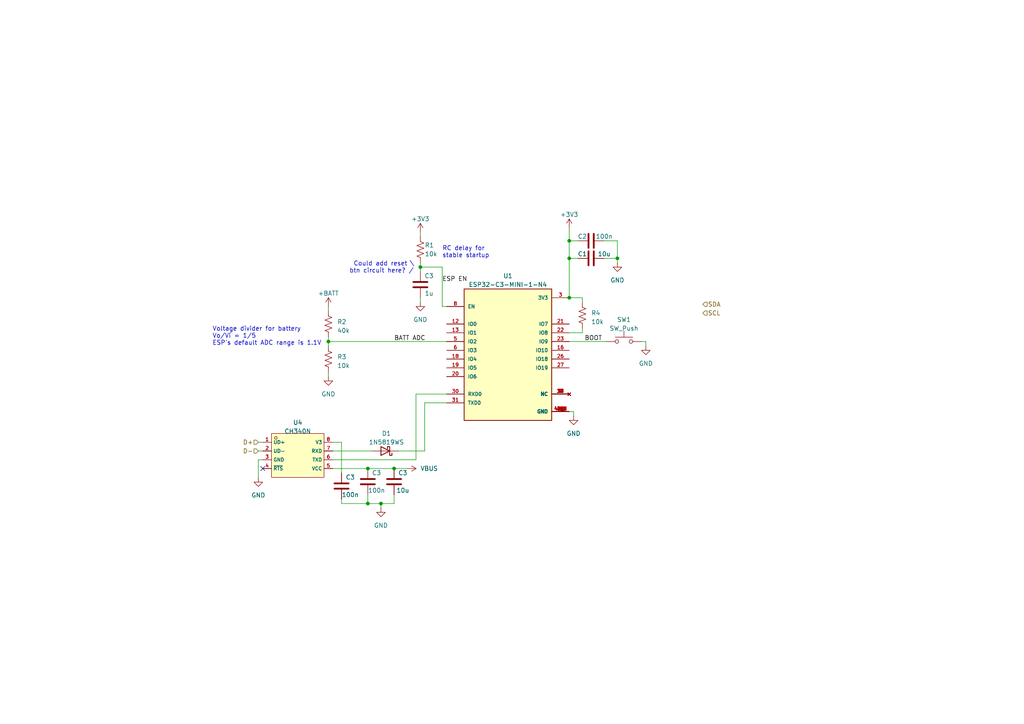
<source format=kicad_sch>
(kicad_sch (version 20230121) (generator eeschema)
  (paper "A4")
  (lib_symbols
    (symbol "Device:C" (pin_numbers hide) (pin_names (offset 0.254))
      (property "Reference" "C" (at 0.635 2.54 0))
      (property "Value" "C" (at 0.635 -2.54 0))
      (symbol "C_0_1"
        (polyline (pts (xy -2.032 -0.762) (xy 2.032 -0.762)) (stroke (width 0.508)))
        (polyline (pts (xy -2.032 0.762) (xy 2.032 0.762)) (stroke (width 0.508)))
      )
      (symbol "C_1_1"
        (pin passive line (at 0 3.81 270) (length 2.794) (name "~") (number "1"))
        (pin passive line (at 0 -3.81 90) (length 2.794) (name "~") (number "2"))
      )
    )
    (symbol "Device:R_US" (pin_numbers hide) (pin_names (offset 0))
      (property "Reference" "R" (at 2.54 0 90))
      (property "Value" "R_US" (at -2.54 0 90))
      (symbol "R_US_0_1"
        (polyline (pts (xy 0 -2.286) (xy 0 -2.54)))
        (polyline (pts (xy 0 2.286) (xy 0 2.54)))
        (polyline (pts (xy 0 -0.762) (xy 1.016 -1.143) (xy 0 -1.524) (xy -1.016 -1.905) (xy 0 -2.286)))
        (polyline (pts (xy 0 0.762) (xy 1.016 0.381) (xy 0 0) (xy -1.016 -0.381) (xy 0 -0.762)))
        (polyline (pts (xy 0 2.286) (xy 1.016 1.905) (xy 0 1.524) (xy -1.016 1.143) (xy 0 0.762)))
      )
      (symbol "R_US_1_1"
        (pin passive line (at 0 3.81 270) (length 1.27) (name "~") (number "1"))
        (pin passive line (at 0 -3.81 90) (length 1.27) (name "~") (number "2"))
      )
    )
    (symbol "Diode:1N5819WS" (pin_numbers hide) (pin_names (offset 1.016) hide)
      (property "Reference" "D" (at 0 2.54 0))
      (property "Value" "1N5819WS" (at 0 -2.54 0))
      (symbol "1N5819WS_0_1"
        (polyline (pts (xy 1.27 0) (xy -1.27 0)))
        (polyline (pts (xy 1.27 1.27) (xy 1.27 -1.27) (xy -1.27 0) (xy 1.27 1.27)) (stroke (width 0.254)))
        (polyline (pts (xy -1.905 0.635) (xy -1.905 1.27) (xy -1.27 1.27) (xy -1.27 -1.27) (xy -0.635 -1.27) (xy -0.635 -0.635)) (stroke (width 0.254)))
      )
      (symbol "1N5819WS_1_1"
        (pin passive line (at -3.81 0 0) (length 2.54) (name "K") (number "1"))
        (pin passive line (at 3.81 0 180) (length 2.54) (name "A") (number "2"))
      )
    )
    (symbol "Project Library:CH340N"
      (property "Reference" "U" (at 0 10.16 0))
      (property "Value" "CH340N" (at 0 -7.62 0))
      (symbol "CH340N_0_1"
        (rectangle (start -7.62 7.62) (end 7.62 -5.08) (fill (type background)))
        (circle (center -6.35 6.35) (radius 0.38))
        (pin unspecified line (at -10.16 5.08 0) (length 2.54) (name "UD+") (number "1"))
        (pin unspecified line (at -10.16 2.54 0) (length 2.54) (name "UD-") (number "2"))
        (pin unspecified line (at -10.16 0 0) (length 2.54) (name "GND") (number "3"))
        (pin unspecified line (at -10.16 -2.54 0) (length 2.54) (name "~{RTS}") (number "4"))
        (pin unspecified line (at 10.16 -2.54 180) (length 2.54) (name "VCC") (number "5"))
        (pin unspecified line (at 10.16 0 180) (length 2.54) (name "TXD") (number "6"))
        (pin unspecified line (at 10.16 2.54 180) (length 2.54) (name "RXD") (number "7"))
        (pin unspecified line (at 10.16 5.08 180) (length 2.54) (name "V3") (number "8"))
      )
    )
    (symbol "Project Library:ESP32-C3-MINI-1-N4" (pin_names (offset 1.016))
      (property "Reference" "U" (at -12.7 18.796 0))
      (property "Value" "ESP32-C3-MINI-1-N4" (at -12.7 -22.86 0))
      (symbol "ESP32-C3-MINI-1-N4_0_0"
        (rectangle (start -12.7 -20.32) (end 12.7 17.78) (stroke (width 0.254)) (fill (type background)))
        (pin power_in line (at 17.78 -17.78 180) (length 5.08) (name "GND") (number "1"))
        (pin no_connect line (at 17.78 -12.7 180) (length 5.08) (name "NC") (number "10"))
        (pin power_in line (at 17.78 -17.78 180) (length 5.08) (name "GND") (number "11"))
        (pin bidirectional line (at -17.78 7.62 0) (length 5.08) (name "IO0") (number "12"))
        (pin bidirectional line (at -17.78 5.08 0) (length 5.08) (name "IO1") (number "13"))
        (pin power_in line (at 17.78 -17.78 180) (length 5.08) (name "GND") (number "14"))
        (pin no_connect line (at 17.78 -12.7 180) (length 5.08) (name "NC") (number "15"))
        (pin bidirectional line (at 17.78 0 180) (length 5.08) (name "IO10") (number "16"))
        (pin no_connect line (at 17.78 -12.7 180) (length 5.08) (name "NC") (number "17"))
        (pin bidirectional line (at -17.78 -2.54 0) (length 5.08) (name "IO4") (number "18"))
        (pin bidirectional line (at -17.78 -5.08 0) (length 5.08) (name "IO5") (number "19"))
        (pin power_in line (at 17.78 -17.78 180) (length 5.08) (name "GND") (number "2"))
        (pin bidirectional line (at -17.78 -7.62 0) (length 5.08) (name "IO6") (number "20"))
        (pin bidirectional line (at 17.78 7.62 180) (length 5.08) (name "IO7") (number "21"))
        (pin bidirectional line (at 17.78 5.08 180) (length 5.08) (name "IO8") (number "22"))
        (pin bidirectional line (at 17.78 2.54 180) (length 5.08) (name "IO9") (number "23"))
        (pin no_connect line (at 17.78 -12.7 180) (length 5.08) (name "NC") (number "24"))
        (pin no_connect line (at 17.78 -12.7 180) (length 5.08) (name "NC") (number "25"))
        (pin bidirectional line (at 17.78 -2.54 180) (length 5.08) (name "IO18") (number "26"))
        (pin bidirectional line (at 17.78 -5.08 180) (length 5.08) (name "IO19") (number "27"))
        (pin no_connect line (at 17.78 -12.7 180) (length 5.08) (name "NC") (number "28"))
        (pin no_connect line (at 17.78 -12.7 180) (length 5.08) (name "NC") (number "29"))
        (pin power_in line (at 17.78 15.24 180) (length 5.08) (name "3V3") (number "3"))
        (pin bidirectional line (at -17.78 -12.7 0) (length 5.08) (name "RXD0") (number "30"))
        (pin bidirectional line (at -17.78 -15.24 0) (length 5.08) (name "TXD0") (number "31"))
        (pin no_connect line (at 17.78 -12.7 180) (length 5.08) (name "NC") (number "32"))
        (pin no_connect line (at 17.78 -12.7 180) (length 5.08) (name "NC") (number "33"))
        (pin no_connect line (at 17.78 -12.7 180) (length 5.08) (name "NC") (number "34"))
        (pin no_connect line (at 17.78 -12.7 180) (length 5.08) (name "NC") (number "35"))
        (pin power_in line (at 17.78 -17.78 180) (length 5.08) (name "GND") (number "36"))
        (pin power_in line (at 17.78 -17.78 180) (length 5.08) (name "GND") (number "37"))
        (pin power_in line (at 17.78 -17.78 180) (length 5.08) (name "GND") (number "38"))
        (pin power_in line (at 17.78 -17.78 180) (length 5.08) (name "GND") (number "39"))
        (pin no_connect line (at 17.78 -12.7 180) (length 5.08) (name "NC") (number "4"))
        (pin power_in line (at 17.78 -17.78 180) (length 5.08) (name "GND") (number "40"))
        (pin power_in line (at 17.78 -17.78 180) (length 5.08) (name "GND") (number "41"))
        (pin power_in line (at 17.78 -17.78 180) (length 5.08) (name "GND") (number "42"))
        (pin power_in line (at 17.78 -17.78 180) (length 5.08) (name "GND") (number "43"))
        (pin power_in line (at 17.78 -17.78 180) (length 5.08) (name "GND") (number "44"))
        (pin power_in line (at 17.78 -17.78 180) (length 5.08) (name "GND") (number "45"))
        (pin power_in line (at 17.78 -17.78 180) (length 5.08) (name "GND") (number "46"))
        (pin power_in line (at 17.78 -17.78 180) (length 5.08) (name "GND") (number "47"))
        (pin power_in line (at 17.78 -17.78 180) (length 5.08) (name "GND") (number "48"))
        (pin power_in line (at 17.78 -17.78 180) (length 5.08) (name "GND") (number "49_1"))
        (pin power_in line (at 17.78 -17.78 180) (length 5.08) (name "GND") (number "49_2"))
        (pin power_in line (at 17.78 -17.78 180) (length 5.08) (name "GND") (number "49_3"))
        (pin power_in line (at 17.78 -17.78 180) (length 5.08) (name "GND") (number "49_4"))
        (pin power_in line (at 17.78 -17.78 180) (length 5.08) (name "GND") (number "49_5"))
        (pin power_in line (at 17.78 -17.78 180) (length 5.08) (name "GND") (number "49_6"))
        (pin power_in line (at 17.78 -17.78 180) (length 5.08) (name "GND") (number "49_7"))
        (pin power_in line (at 17.78 -17.78 180) (length 5.08) (name "GND") (number "49_8"))
        (pin power_in line (at 17.78 -17.78 180) (length 5.08) (name "GND") (number "49_9"))
        (pin bidirectional line (at -17.78 2.54 0) (length 5.08) (name "IO2") (number "5"))
        (pin power_in line (at 17.78 -17.78 180) (length 5.08) (name "GND") (number "50"))
        (pin power_in line (at 17.78 -17.78 180) (length 5.08) (name "GND") (number "51"))
        (pin power_in line (at 17.78 -17.78 180) (length 5.08) (name "GND") (number "52"))
        (pin power_in line (at 17.78 -17.78 180) (length 5.08) (name "GND") (number "53"))
        (pin bidirectional line (at -17.78 0 0) (length 5.08) (name "IO3") (number "6"))
        (pin no_connect line (at 17.78 -12.7 180) (length 5.08) (name "NC") (number "7"))
        (pin input line (at -17.78 12.7 0) (length 5.08) (name "EN") (number "8"))
        (pin no_connect line (at 17.78 -12.7 180) (length 5.08) (name "NC") (number "9"))
      )
    )
    (symbol "Switch:SW_Push" (pin_numbers hide) (pin_names (offset 1.016) hide)
      (property "Reference" "SW" (at 1.27 2.54 0))
      (property "Value" "SW_Push" (at 0 -1.524 0))
      (symbol "SW_Push_0_1"
        (circle (center -2.032 0) (radius 0.508))
        (polyline (pts (xy 0 1.27) (xy 0 3.048)))
        (polyline (pts (xy 2.54 1.27) (xy -2.54 1.27)))
        (circle (center 2.032 0) (radius 0.508))
        (pin passive line (at -5.08 0 0) (length 2.54) (name "1") (number "1"))
        (pin passive line (at 5.08 0 180) (length 2.54) (name "2") (number "2"))
      )
    )
    (symbol "power:+3V3" (power) (pin_names (offset 0))
      (property "Value" "+3V3" (at 0 3.556 0))
      (symbol "+3V3_0_1"
        (polyline (pts (xy -0.762 1.27) (xy 0 2.54)))
        (polyline (pts (xy 0 0) (xy 0 2.54)))
        (polyline (pts (xy 0 2.54) (xy 0.762 1.27)))
      )
      (symbol "+3V3_1_1"
        (pin power_in line (at 0 0 90) (length 0) hide (name "+3V3") (number "1"))
      )
    )
    (symbol "power:+BATT" (power) (pin_names (offset 0))
      (property "Value" "+BATT" (at 0 3.556 0))
      (symbol "+BATT_0_1"
        (polyline (pts (xy -0.762 1.27) (xy 0 2.54)))
        (polyline (pts (xy 0 0) (xy 0 2.54)))
        (polyline (pts (xy 0 2.54) (xy 0.762 1.27)))
      )
      (symbol "+BATT_1_1"
        (pin power_in line (at 0 0 90) (length 0) hide (name "+BATT") (number "1"))
      )
    )
    (symbol "power:GND" (power) (pin_names (offset 0))
      (property "Value" "GND" (at 0 -3.81 0))
      (symbol "GND_0_1"
        (polyline (pts (xy 0 0) (xy 0 -1.27) (xy 1.27 -1.27) (xy 0 -2.54) (xy -1.27 -1.27) (xy 0 -1.27)))
      )
      (symbol "GND_1_1"
        (pin power_in line (at 0 0 270) (length 0) hide (name "GND") (number "1"))
      )
    )
    (symbol "power:VBUS" (power) (pin_names (offset 0))
      (property "Value" "VBUS" (at 0 3.81 0))
      (symbol "VBUS_0_1"
        (polyline (pts (xy -0.762 1.27) (xy 0 2.54)))
        (polyline (pts (xy 0 0) (xy 0 2.54)))
        (polyline (pts (xy 0 2.54) (xy 0.762 1.27)))
      )
      (symbol "VBUS_1_1"
        (pin power_in line (at 0 0 90) (length 0) hide (name "VBUS") (number "1"))
      )
    )
  )
  (junction (at 179.07 74.93))
  (junction (at 165.1 86.36))
  (junction (at 95.25 99.06))
  (junction (at 114.3 135.89))
  (junction (at 106.68 146.05))
  (junction (at 165.1 69.85))
  (junction (at 106.68 135.89))
  (junction (at 110.49 146.05))
  (junction (at 121.92 77.47))
  (junction (at 165.1 74.93))
  (no_connect (at 76.2 135.89))
  (wire (pts (xy 165.1 69.85) (xy 167.64 69.85)))
  (wire (pts (xy 110.49 147.32) (xy 110.49 146.05)))
  (wire (pts (xy 96.52 135.89) (xy 106.68 135.89)))
  (wire (pts (xy 121.92 86.36) (xy 121.92 87.63)))
  (wire (pts (xy 120.65 114.3) (xy 129.54 114.3)))
  (wire (pts (xy 123.19 116.84) (xy 123.19 130.81)))
  (wire (pts (xy 179.07 74.93) (xy 179.07 76.2)))
  (wire (pts (xy 175.26 69.85) (xy 179.07 69.85)))
  (wire (pts (xy 106.68 135.89) (xy 114.3 135.89)))
  (wire (pts (xy 74.93 133.35) (xy 74.93 138.557)))
  (wire (pts (xy 115.57 130.81) (xy 123.19 130.81)))
  (wire (pts (xy 121.92 77.47) (xy 128.27 77.47)))
  (wire (pts (xy 121.92 77.47) (xy 121.92 78.74)))
  (wire (pts (xy 96.52 128.27) (xy 99.06 128.27)))
  (wire (pts (xy 114.3 146.05) (xy 114.3 143.51)))
  (wire (pts (xy 95.25 99.06) (xy 95.25 100.33)))
  (wire (pts (xy 187.325 99.06) (xy 187.325 100.33)))
  (wire (pts (xy 99.06 146.05) (xy 106.68 146.05)))
  (wire (pts (xy 179.07 69.85) (xy 179.07 74.93)))
  (wire (pts (xy 165.1 96.52) (xy 168.91 96.52)))
  (wire (pts (xy 106.68 143.51) (xy 106.68 146.05)))
  (wire (pts (xy 95.25 88.9) (xy 95.25 90.17)))
  (wire (pts (xy 95.25 97.79) (xy 95.25 99.06)))
  (wire (pts (xy 74.93 130.81) (xy 76.2 130.81)))
  (wire (pts (xy 165.1 74.93) (xy 167.64 74.93)))
  (wire (pts (xy 110.49 146.05) (xy 114.3 146.05)))
  (wire (pts (xy 165.1 86.36) (xy 168.91 86.36)))
  (wire (pts (xy 106.68 146.05) (xy 110.49 146.05)))
  (wire (pts (xy 165.1 69.85) (xy 165.1 74.93)))
  (wire (pts (xy 120.65 114.3) (xy 120.65 133.35)))
  (wire (pts (xy 114.3 135.89) (xy 118.11 135.89)))
  (wire (pts (xy 95.25 107.95) (xy 95.25 109.22)))
  (wire (pts (xy 186.055 99.06) (xy 187.325 99.06)))
  (wire (pts (xy 96.52 130.81) (xy 107.95 130.81)))
  (wire (pts (xy 166.37 119.38) (xy 166.37 120.65)))
  (wire (pts (xy 168.91 86.36) (xy 168.91 87.63)))
  (wire (pts (xy 121.92 76.2) (xy 121.92 77.47)))
  (wire (pts (xy 179.07 74.93) (xy 175.26 74.93)))
  (wire (pts (xy 95.25 99.06) (xy 129.54 99.06)))
  (wire (pts (xy 165.1 119.38) (xy 166.37 119.38)))
  (wire (pts (xy 165.1 99.06) (xy 175.895 99.06)))
  (wire (pts (xy 165.1 66.04) (xy 165.1 69.85)))
  (wire (pts (xy 76.2 133.35) (xy 74.93 133.35)))
  (wire (pts (xy 128.27 88.9) (xy 129.54 88.9)))
  (wire (pts (xy 168.91 96.52) (xy 168.91 95.25)))
  (wire (pts (xy 128.27 77.47) (xy 128.27 88.9)))
  (wire (pts (xy 99.06 128.27) (xy 99.06 137.16)))
  (wire (pts (xy 165.1 74.93) (xy 165.1 86.36)))
  (wire (pts (xy 129.54 116.84) (xy 123.19 116.84)))
  (wire (pts (xy 96.52 133.35) (xy 120.65 133.35)))
  (wire (pts (xy 74.93 128.27) (xy 76.2 128.27)))
  (wire (pts (xy 99.06 144.78) (xy 99.06 146.05)))
  (wire (pts (xy 121.92 67.31) (xy 121.92 68.58)))
  (text "Voltage divider for battery\nVo/Vi = 1/5\nESP's default ADC range is 1.1V" (at 61.595 100.33 0) (effects (font (size 1.27 1.27)) (justify left bottom)))
  (text "RC delay for\nstable startup" (at 128.27 74.93 0) (effects (font (size 1.27 1.27)) (justify left bottom)))
  (text "Could add reset \\\nbtn circuit here? /" (at 120.015 79.375 0) (effects (font (size 1.27 1.27)) (justify right bottom)))
  (label "BOOT" (at 169.545 99.06 0))
  (label "BATT ADC" (at 114.3 99.06 0))
  (label "ESP EN" (at 128.27 81.915 0))
  (hierarchical_label "SDA" (shape input) (at 203.835 88.265 0))
  (hierarchical_label "D+" (shape input) (at 74.93 128.27 180))
  (hierarchical_label "SCL" (shape input) (at 203.835 90.805 0))
  (hierarchical_label "D-" (shape input) (at 74.93 130.81 180))
  (symbol (lib_id "power:GND") (at 187.325 100.33 0) (unit 1)
    (property "Reference" "#PWR04" (effects hide))
    (property "Value" "GND" (at 187.325 105.41 0))
    (instances (project "SlimeVR-Mini" (path "" (reference "#PWR04") (unit 1)) (path "" (reference "#PWR012") (unit 1))))
  )
  (symbol (lib_id "Device:C") (at 114.3 139.7 0) (unit 1)
    (property "Reference" "C3" (at 116.84 137.16 0))
    (property "Value" "10u" (at 116.84 142.24 0))
    (property "Footprint" "Capacitor_SMD:C_0402_1005Metric" (effects hide))
    (instances (project "SlimeVR-Mini" (path "" (reference "C3") (unit 1)) (path "" (reference "C7") (unit 1))))
  )
  (symbol (lib_id "power:GND") (at 95.25 109.22 0) (unit 1)
    (property "Reference" "#PWR03" (effects hide))
    (property "Value" "GND" (at 95.25 114.3 0))
  )
  (symbol (lib_id "power:+BATT") (at 95.25 88.9 0) (unit 1)
    (property "Reference" "#PWR011" (effects hide))
    (property "Value" "+BATT" (at 95.25 85.09 0))
  )
  (symbol (lib_id "Device:R_US") (at 121.92 72.39 0) (unit 1)
    (property "Reference" "R1" (at 123.19 71.12 0) (effects (justify left)))
    (property "Value" "10k" (at 123.19 73.66 0) (effects (justify left)))
    (property "Footprint" "Resistor_SMD:R_0402_1005Metric" (effects hide))
  )
  (symbol (lib_id "power:GND") (at 179.07 76.2 0) (unit 1)
    (property "Reference" "#PWR06" (effects hide))
    (property "Value" "GND" (at 179.07 81.28 0))
  )
  (symbol (lib_id "Project Library:ESP32-C3-MINI-1-N4") (at 147.32 101.6 0) (unit 1)
    (property "Reference" "U1" (at 147.32 80.01 0))
    (property "Value" "ESP32-C3-MINI-1-N4" (at 147.32 82.55 0))
    (property "Footprint" "Project Library:ESP32-C3-MINI-1-N4" (effects hide))
    (property "Datasheet" "https://www.espressif.com/sites/default/files/documentation/esp32-c3-mini-1_datasheet_en.pdf" (effects hide))
    (property "MF" "Espressif Systems" (effects hide))
    (property "MAXIMUM_PACKAGE_HEIGHT" "2.55mm" (effects hide))
    (property "Package" "SMD-53 Espressif Systems" (effects hide))
    (property "PARTREV" "v1.0" (effects hide))
    (property "MP" "ESP32-C3-MINI-1-N4" (effects hide))
    (property "MANUFACTURER" "Espressif Systems" (effects hide))
  )
  (symbol (lib_id "Device:R_US") (at 95.25 93.98 0) (unit 1)
    (property "Reference" "R2" (at 97.79 93.345 0) (effects (justify left)))
    (property "Value" "40k" (at 97.79 95.885 0) (effects (justify left)))
    (property "Footprint" "Resistor_SMD:R_0402_1005Metric" (effects hide))
  )
  (symbol (lib_id "power:GND") (at 110.49 147.32 0) (unit 1)
    (property "Reference" "#PWR03" (effects hide))
    (property "Value" "GND" (at 110.49 152.4 0))
    (instances (project "SlimeVR-Mini" (path "" (reference "#PWR03") (unit 1)) (path "" (reference "#PWR020") (unit 1))))
  )
  (symbol (lib_id "Device:R_US") (at 95.25 104.14 0) (unit 1)
    (property "Reference" "R3" (at 97.79 103.505 0) (effects (justify left)))
    (property "Value" "10k" (at 97.79 106.045 0) (effects (justify left)))
    (property "Footprint" "Resistor_SMD:R_0402_1005Metric" (effects hide))
  )
  (symbol (lib_id "power:+3V3") (at 165.1 66.04 0) (unit 1)
    (property "Reference" "#PWR05" (effects hide))
    (property "Value" "+3V3" (at 165.1 62.23 0))
  )
  (symbol (lib_id "Project Library:CH340N") (at 86.36 133.35 0) (unit 1)
    (property "Reference" "U4" (at 86.36 122.555 0))
    (property "Value" "CH340N" (at 86.36 125.095 0))
    (property "Footprint" "Project Library:SOP-8_L4.9-W3.9-P1.27-LS6.0-BL" (effects hide))
    (property "LCSC Part" "C2977777" (effects hide))
  )
  (symbol (lib_id "Device:R_US") (at 168.91 91.44 0) (unit 1)
    (property "Reference" "R4" (at 171.45 90.805 0) (effects (justify left)))
    (property "Value" "10k" (at 171.45 93.345 0) (effects (justify left)))
    (property "Footprint" "Resistor_SMD:R_0402_1005Metric" (effects hide))
  )
  (symbol (lib_id "Device:C") (at 99.06 140.97 0) (unit 1)
    (property "Reference" "C3" (at 101.6 138.43 0))
    (property "Value" "100n" (at 101.6 143.51 0))
    (property "Footprint" "Capacitor_SMD:C_0402_1005Metric" (effects hide))
    (instances (project "SlimeVR-Mini" (path "" (reference "C3") (unit 1)) (path "" (reference "C8") (unit 1))))
  )
  (symbol (lib_id "Device:C") (at 121.92 82.55 0) (unit 1)
    (property "Reference" "C3" (at 124.46 80.01 0))
    (property "Value" "1u" (at 124.46 85.09 0))
    (property "Footprint" "Capacitor_SMD:C_0402_1005Metric" (effects hide))
  )
  (symbol (lib_id "power:GND") (at 121.92 87.63 0) (unit 1)
    (property "Reference" "#PWR07" (effects hide))
    (property "Value" "GND" (at 121.92 92.71 0))
  )
  (symbol (lib_id "power:GND") (at 166.37 120.65 0) (unit 1)
    (property "Reference" "#PWR04" (effects hide))
    (property "Value" "GND" (at 166.37 125.73 0))
  )
  (symbol (lib_id "Device:C") (at 171.45 69.85 270) (unit 1)
    (property "Reference" "C2" (at 168.91 68.58 90))
    (property "Value" "100n" (at 175.26 68.58 90))
    (property "Footprint" "Capacitor_SMD:C_0402_1005Metric" (effects hide))
  )
  (symbol (lib_id "Device:C") (at 106.68 139.7 0) (unit 1)
    (property "Reference" "C3" (at 109.22 137.16 0))
    (property "Value" "100n" (at 109.22 142.24 0))
    (property "Footprint" "Capacitor_SMD:C_0402_1005Metric" (effects hide))
    (instances (project "SlimeVR-Mini" (path "" (reference "C3") (unit 1)) (path "" (reference "C6") (unit 1))))
  )
  (symbol (lib_id "power:GND") (at 74.93 138.557 0) (unit 1)
    (property "Reference" "#PWR03" (effects hide))
    (property "Value" "GND" (at 74.93 143.637 0))
    (instances (project "SlimeVR-Mini" (path "" (reference "#PWR03") (unit 1)) (path "" (reference "#PWR015") (unit 1))))
  )
  (symbol (lib_id "Diode:1N5819WS") (at 111.76 130.81 180) (unit 1)
    (property "Reference" "D1" (at 112.0775 125.73 0))
    (property "Value" "1N5819WS" (at 112.0775 128.27 0))
    (property "Footprint" "Diode_SMD:D_SOD-323" (effects hide))
    (property "Datasheet" "https://datasheet.lcsc.com/lcsc/2204281430_Guangdong-Hottech-1N5819WS_C191023.pdf" (effects hide))
  )
  (symbol (lib_id "power:+3V3") (at 121.92 67.31 0) (unit 1)
    (property "Reference" "#PWR01" (effects hide))
    (property "Value" "+3V3" (at 121.92 63.5 0))
  )
  (symbol (lib_id "Device:C") (at 171.45 74.93 270) (unit 1)
    (property "Reference" "C1" (at 168.91 73.66 90))
    (property "Value" "10u" (at 175.26 73.66 90))
    (property "Footprint" "Capacitor_SMD:C_0402_1005Metric" (effects hide))
  )
  (symbol (lib_id "Switch:SW_Push") (at 180.975 99.06 0) (unit 1)
    (property "Reference" "SW1" (at 180.975 92.71 0))
    (property "Value" "SW_Push" (at 180.975 95.25 0))
    (property "Footprint" "Button_Switch_SMD:SW_SPST_B3U-1000P" (effects hide))
  )
  (symbol (lib_id "power:VBUS") (at 118.11 135.89 270) (unit 1)
    (property "Reference" "#PWR018" (effects hide))
    (property "Value" "VBUS" (at 121.92 135.89 90) (effects (justify left)))
  )
)
</source>
